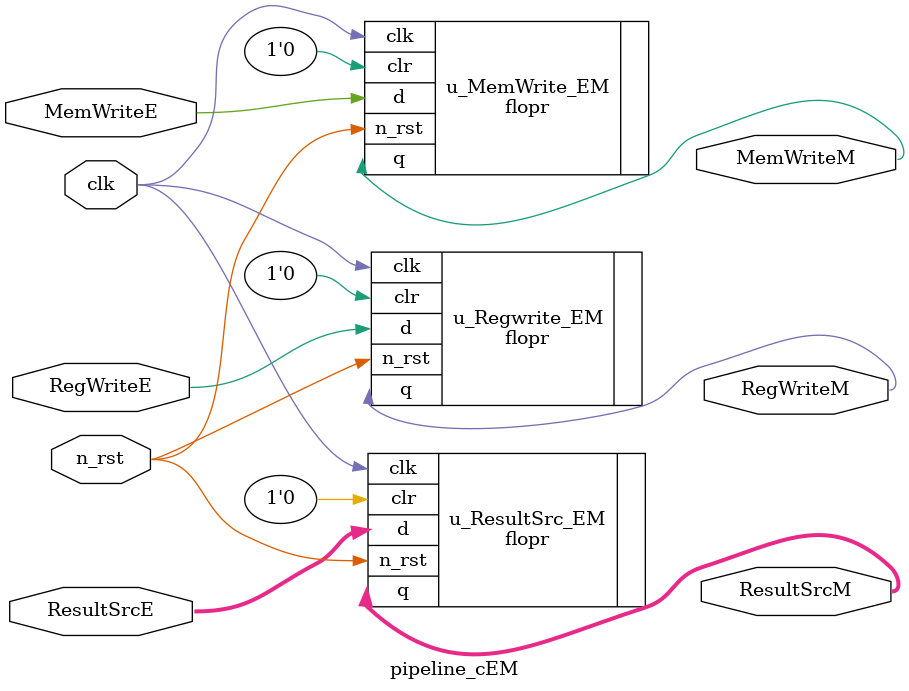
<source format=v>
module pipeline_cEM(
    // input
    clk,
    n_rst,
    RegWriteE, // 1bit
    ResultSrcE, // 2bit
    MemWriteE, // 1bit
    // output
    RegWriteM, // 1bit
    ResultSrcM, // 2bit
    MemWriteM // 1bit
);

parameter   RESET_PC = 32'h1000_0000;

input clk, n_rst;
input RegWriteE, MemWriteE;
input [1:0] ResultSrcE;

output RegWriteM, MemWriteM;
output [1:0] ResultSrcM;

flopr # (
        .RESET_VALUE (0),
        .WIDTH(1)
) u_Regwrite_EM(
        .clk(clk),
        .n_rst(n_rst),
        .clr(1'b0),
        .d(RegWriteE),
        .q(RegWriteM)
    );

flopr # (
        .RESET_VALUE (0),
        .WIDTH(2)
) u_ResultSrc_EM(
        .clk(clk),
        .n_rst(n_rst),
        .clr(1'b0),
        .d(ResultSrcE),
        .q(ResultSrcM)
    );

flopr # (
        .RESET_VALUE (0),
        .WIDTH(1)
) u_MemWrite_EM(
        .clk(clk),
        .n_rst(n_rst),
        .clr(1'b0),
        .d(MemWriteE),
        .q(MemWriteM)
    );

endmodule
</source>
